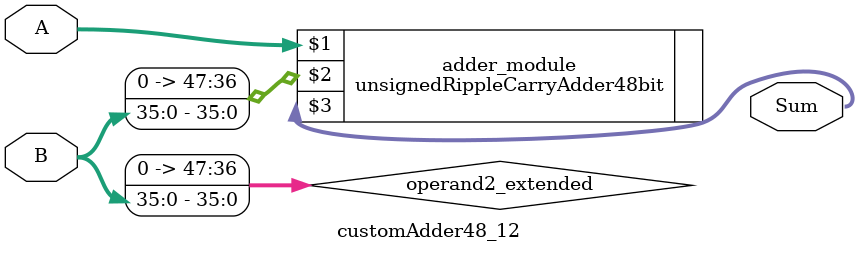
<source format=v>
module customAdder48_12(
                        input [47 : 0] A,
                        input [35 : 0] B,
                        
                        output [48 : 0] Sum
                );

        wire [47 : 0] operand2_extended;
        
        assign operand2_extended =  {12'b0, B};
        
        unsignedRippleCarryAdder48bit adder_module(
            A,
            operand2_extended,
            Sum
        );
        
        endmodule
        
</source>
